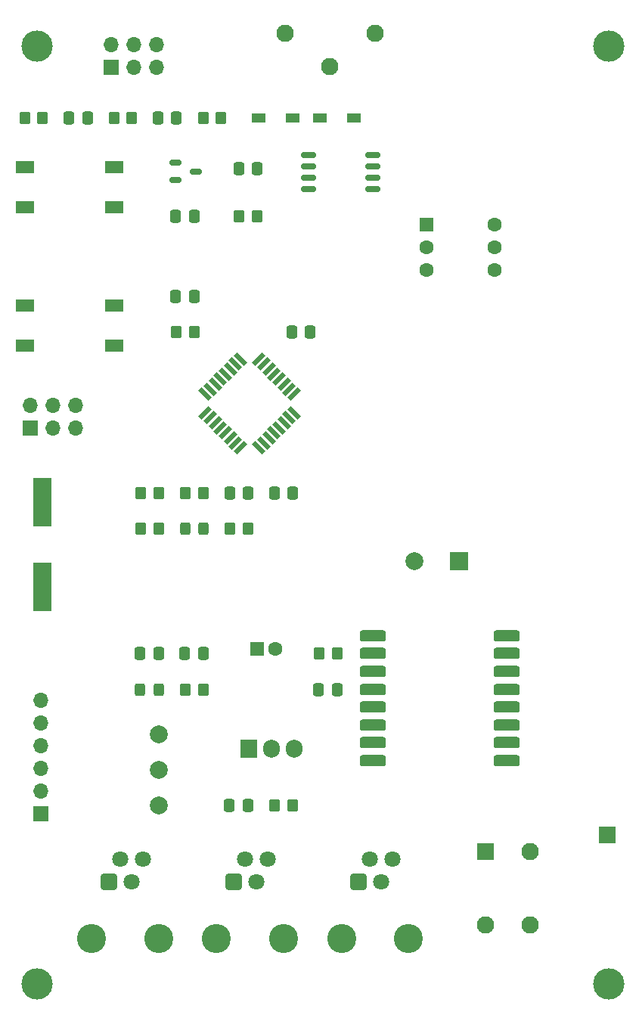
<source format=gbr>
%TF.GenerationSoftware,KiCad,Pcbnew,9.0.0*%
%TF.CreationDate,2025-03-09T10:23:32+01:00*%
%TF.ProjectId,ws_3.0,77735f33-2e30-42e6-9b69-6361645f7063,rev?*%
%TF.SameCoordinates,Original*%
%TF.FileFunction,Soldermask,Top*%
%TF.FilePolarity,Negative*%
%FSLAX46Y46*%
G04 Gerber Fmt 4.6, Leading zero omitted, Abs format (unit mm)*
G04 Created by KiCad (PCBNEW 9.0.0) date 2025-03-09 10:23:32*
%MOMM*%
%LPD*%
G01*
G04 APERTURE LIST*
G04 Aperture macros list*
%AMRoundRect*
0 Rectangle with rounded corners*
0 $1 Rounding radius*
0 $2 $3 $4 $5 $6 $7 $8 $9 X,Y pos of 4 corners*
0 Add a 4 corners polygon primitive as box body*
4,1,4,$2,$3,$4,$5,$6,$7,$8,$9,$2,$3,0*
0 Add four circle primitives for the rounded corners*
1,1,$1+$1,$2,$3*
1,1,$1+$1,$4,$5*
1,1,$1+$1,$6,$7*
1,1,$1+$1,$8,$9*
0 Add four rect primitives between the rounded corners*
20,1,$1+$1,$2,$3,$4,$5,0*
20,1,$1+$1,$4,$5,$6,$7,0*
20,1,$1+$1,$6,$7,$8,$9,0*
20,1,$1+$1,$8,$9,$2,$3,0*%
%AMRotRect*
0 Rectangle, with rotation*
0 The origin of the aperture is its center*
0 $1 length*
0 $2 width*
0 $3 Rotation angle, in degrees counterclockwise*
0 Add horizontal line*
21,1,$1,$2,0,0,$3*%
G04 Aperture macros list end*
%ADD10C,3.500000*%
%ADD11R,1.905000X2.000000*%
%ADD12O,1.905000X2.000000*%
%ADD13R,2.100000X1.400000*%
%ADD14RoundRect,0.250000X-0.337500X-0.475000X0.337500X-0.475000X0.337500X0.475000X-0.337500X0.475000X0*%
%ADD15RoundRect,0.250000X-0.550000X-0.550000X0.550000X-0.550000X0.550000X0.550000X-0.550000X0.550000X0*%
%ADD16C,1.600000*%
%ADD17R,1.700000X1.700000*%
%ADD18O,1.700000X1.700000*%
%ADD19C,2.000000*%
%ADD20C,3.250000*%
%ADD21RoundRect,0.250000X-0.650000X-0.650000X0.650000X-0.650000X0.650000X0.650000X-0.650000X0.650000X0*%
%ADD22C,1.800000*%
%ADD23R,1.600000X1.600000*%
%ADD24C,1.950000*%
%ADD25RoundRect,0.250000X-0.350000X-0.450000X0.350000X-0.450000X0.350000X0.450000X-0.350000X0.450000X0*%
%ADD26R,1.950000X1.950000*%
%ADD27RotRect,1.600000X0.550000X45.000000*%
%ADD28RotRect,1.600000X0.550000X135.000000*%
%ADD29RoundRect,0.250000X-0.325000X-0.450000X0.325000X-0.450000X0.325000X0.450000X-0.325000X0.450000X0*%
%ADD30RoundRect,0.250000X0.337500X0.475000X-0.337500X0.475000X-0.337500X-0.475000X0.337500X-0.475000X0*%
%ADD31R,1.600000X1.000000*%
%ADD32R,2.000000X5.500000*%
%ADD33RoundRect,0.162500X-0.650000X-0.162500X0.650000X-0.162500X0.650000X0.162500X-0.650000X0.162500X0*%
%ADD34RoundRect,0.317500X-1.157500X-0.317500X1.157500X-0.317500X1.157500X0.317500X-1.157500X0.317500X0*%
%ADD35RoundRect,0.150000X-0.512500X-0.150000X0.512500X-0.150000X0.512500X0.150000X-0.512500X0.150000X0*%
%ADD36R,2.000000X2.000000*%
G04 APERTURE END LIST*
D10*
%TO.C,UNK_HOLE_0*%
X116381100Y-52973600D03*
%TD*%
D11*
%TO.C,U2*%
X140060000Y-131600000D03*
D12*
X142600000Y-131600000D03*
X145140000Y-131600000D03*
%TD*%
D13*
%TO.C,SW3*%
X115000000Y-82000000D03*
X115000000Y-86500000D03*
X125000000Y-82000000D03*
X125000000Y-86500000D03*
%TD*%
D14*
%TO.C,C11*%
X132925000Y-121000000D03*
X135000000Y-121000000D03*
%TD*%
D15*
%TO.C,SW1*%
X160000000Y-72920000D03*
D16*
X160000000Y-75460000D03*
X160000000Y-78000000D03*
X167620000Y-78000000D03*
X167620000Y-75460000D03*
X167620000Y-72920000D03*
%TD*%
D14*
%TO.C,C14*%
X142962500Y-103000000D03*
X145037500Y-103000000D03*
%TD*%
D17*
%TO.C,J1*%
X124655000Y-55352500D03*
D18*
X124655000Y-52812500D03*
X127195000Y-55352500D03*
X127195000Y-52812500D03*
X129735000Y-55352500D03*
X129735000Y-52812500D03*
%TD*%
D14*
%TO.C,C9*%
X144925000Y-85000000D03*
X147000000Y-85000000D03*
%TD*%
%TO.C,C4*%
X138998100Y-66654500D03*
X141073100Y-66654500D03*
%TD*%
D19*
%TO.C,TP1*%
X130000000Y-130000000D03*
%TD*%
D20*
%TO.C,J2*%
X122490000Y-152850000D03*
X129990000Y-152850000D03*
D21*
X124400000Y-146500000D03*
D22*
X125670000Y-143960000D03*
X126940000Y-146500000D03*
X128210000Y-143960000D03*
%TD*%
D17*
%TO.C,J6*%
X115600000Y-95740000D03*
D18*
X115600000Y-93200000D03*
X118140000Y-95740000D03*
X118140000Y-93200000D03*
X120680000Y-95740000D03*
X120680000Y-93200000D03*
%TD*%
D23*
%TO.C,C2*%
X141044900Y-120500000D03*
D16*
X143044900Y-120500000D03*
%TD*%
D24*
%TO.C,BT1*%
X144200000Y-51500000D03*
X149200000Y-55300000D03*
X154200000Y-51500000D03*
%TD*%
D25*
%TO.C,R10*%
X133000000Y-103000000D03*
X135000000Y-103000000D03*
%TD*%
%TO.C,R12*%
X128000000Y-107000000D03*
X130000000Y-107000000D03*
%TD*%
D10*
%TO.C,UNK_HOLE_3*%
X180381100Y-157973600D03*
%TD*%
D17*
%TO.C,J7*%
X116800000Y-138880000D03*
D18*
X116800000Y-136340000D03*
X116800000Y-133800000D03*
X116800000Y-131260000D03*
X116800000Y-128720000D03*
X116800000Y-126180000D03*
%TD*%
D25*
%TO.C,R8*%
X143000000Y-138000000D03*
X145000000Y-138000000D03*
%TD*%
D10*
%TO.C,UNK_HOLE_2*%
X116381100Y-157973600D03*
%TD*%
D26*
%TO.C,AE1*%
X180200000Y-141300000D03*
%TD*%
D14*
%TO.C,C13*%
X137962500Y-103000000D03*
X140037500Y-103000000D03*
%TD*%
D19*
%TO.C,TP2*%
X130000000Y-134000000D03*
%TD*%
D27*
%TO.C,U1*%
X135214897Y-94010405D03*
X135780583Y-94576090D03*
X136346268Y-95141776D03*
X136911953Y-95707461D03*
X137477639Y-96273147D03*
X138043324Y-96838832D03*
X138609010Y-97404517D03*
X139174695Y-97970203D03*
D28*
X141225305Y-97970203D03*
X141790990Y-97404517D03*
X142356676Y-96838832D03*
X142922361Y-96273147D03*
X143488047Y-95707461D03*
X144053732Y-95141776D03*
X144619417Y-94576090D03*
X145185103Y-94010405D03*
D27*
X145185103Y-91959795D03*
X144619417Y-91394110D03*
X144053732Y-90828424D03*
X143488047Y-90262739D03*
X142922361Y-89697053D03*
X142356676Y-89131368D03*
X141790990Y-88565683D03*
X141225305Y-87999997D03*
D28*
X139174695Y-87999997D03*
X138609010Y-88565683D03*
X138043324Y-89131368D03*
X137477639Y-89697053D03*
X136911953Y-90262739D03*
X136346268Y-90828424D03*
X135780583Y-91394110D03*
X135214897Y-91959795D03*
%TD*%
D29*
%TO.C,D1*%
X127950000Y-125000000D03*
X130000000Y-125000000D03*
%TD*%
D14*
%TO.C,C1*%
X147925000Y-125000000D03*
X150000000Y-125000000D03*
%TD*%
D25*
%TO.C,R11*%
X115000000Y-61000000D03*
X117000000Y-61000000D03*
%TD*%
D30*
%TO.C,C12*%
X134000000Y-81000000D03*
X131925000Y-81000000D03*
%TD*%
D25*
%TO.C,R4*%
X125000000Y-61000000D03*
X127000000Y-61000000D03*
%TD*%
D26*
%TO.C,J5*%
X166605745Y-143181536D03*
D24*
X166605745Y-151381536D03*
X171605745Y-143181536D03*
X171605745Y-151381536D03*
%TD*%
D25*
%TO.C,R7*%
X148000000Y-121000000D03*
X150000000Y-121000000D03*
%TD*%
D31*
%TO.C,D3*%
X148100000Y-61000000D03*
X151900000Y-61000000D03*
%TD*%
%TO.C,D2*%
X141200000Y-61000000D03*
X145000000Y-61000000D03*
%TD*%
D32*
%TO.C,Y1*%
X117000000Y-113500000D03*
X117000000Y-104000000D03*
%TD*%
D25*
%TO.C,R2*%
X139032400Y-72000000D03*
X141032400Y-72000000D03*
%TD*%
D20*
%TO.C,J4*%
X136490000Y-152850000D03*
X143990000Y-152850000D03*
D21*
X138400000Y-146500000D03*
D22*
X139670000Y-143960000D03*
X140940000Y-146500000D03*
X142210000Y-143960000D03*
%TD*%
D14*
%TO.C,C10*%
X127925000Y-121000000D03*
X130000000Y-121000000D03*
%TD*%
%TO.C,C3*%
X137925000Y-138000000D03*
X140000000Y-138000000D03*
%TD*%
D33*
%TO.C,U3*%
X146825000Y-65190000D03*
X146825000Y-66460000D03*
X146825000Y-67730000D03*
X146825000Y-69000000D03*
X154000000Y-69000000D03*
X154000000Y-67730000D03*
X154000000Y-66460000D03*
X154000000Y-65190000D03*
%TD*%
D14*
%TO.C,C6*%
X129925000Y-61000000D03*
X132000000Y-61000000D03*
%TD*%
D19*
%TO.C,TP3*%
X130000000Y-138000000D03*
%TD*%
D14*
%TO.C,C5*%
X131925000Y-72000000D03*
X134000000Y-72000000D03*
%TD*%
D25*
%TO.C,R5*%
X135000000Y-61000000D03*
X137000000Y-61000000D03*
%TD*%
D34*
%TO.C,U5*%
X153950000Y-119000000D03*
X153950000Y-121000000D03*
X153950000Y-123000000D03*
X153950000Y-125000000D03*
X153950000Y-127000000D03*
X153950000Y-129000000D03*
X153950000Y-131000000D03*
X153950000Y-133000000D03*
X169000000Y-133000000D03*
X169000000Y-131000000D03*
X169000000Y-129000000D03*
X169000000Y-127000000D03*
X169000000Y-125000000D03*
X169000000Y-123000000D03*
X169000000Y-121000000D03*
X169000000Y-119000000D03*
%TD*%
D14*
%TO.C,C7*%
X119962500Y-61000000D03*
X122037500Y-61000000D03*
%TD*%
D13*
%TO.C,SW2*%
X115000000Y-66500000D03*
X115000000Y-71000000D03*
X125000000Y-66500000D03*
X125000000Y-71000000D03*
%TD*%
D20*
%TO.C,J3*%
X150490000Y-152850000D03*
X157990000Y-152850000D03*
D21*
X152400000Y-146500000D03*
D22*
X153670000Y-143960000D03*
X154940000Y-146500000D03*
X156210000Y-143960000D03*
%TD*%
D35*
%TO.C,U4*%
X131912500Y-66050000D03*
X131912500Y-67950000D03*
X134187500Y-67000000D03*
%TD*%
D25*
%TO.C,R6*%
X138000000Y-107000000D03*
X140000000Y-107000000D03*
%TD*%
%TO.C,R1*%
X133000000Y-125000000D03*
X135000000Y-125000000D03*
%TD*%
%TO.C,R9*%
X128000000Y-103000000D03*
X130000000Y-103000000D03*
%TD*%
D10*
%TO.C,UNK_HOLE_1*%
X180381100Y-52973600D03*
%TD*%
D25*
%TO.C,R3*%
X132000000Y-85000000D03*
X134000000Y-85000000D03*
%TD*%
D29*
%TO.C,D4*%
X132950000Y-107000000D03*
X135000000Y-107000000D03*
%TD*%
D36*
%TO.C,C8*%
X163600000Y-110600000D03*
D19*
X158600000Y-110600000D03*
%TD*%
M02*

</source>
